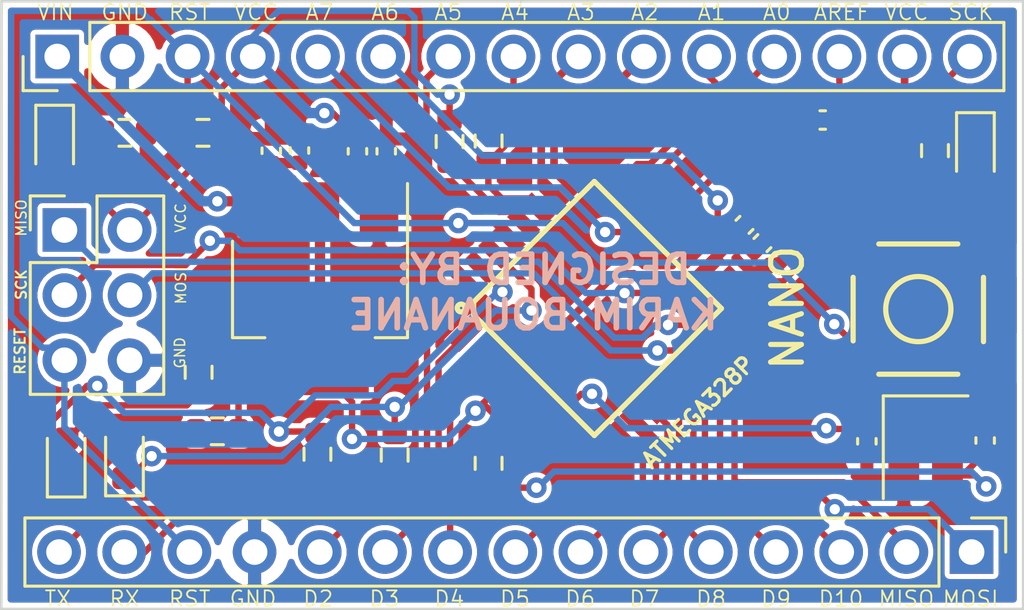
<source format=kicad_pcb>
(kicad_pcb (version 20171130) (host pcbnew "(5.1.10)-1")
  (layers (0 F.Cu signal hide) (31 B.Cu signal hide) (34 B.Paste user hide) (35 F.Paste user hide) (36 B.SilkS user) (37 F.SilkS user hide) (38 B.Mask user hide) (39 F.Mask user hide) (44 Edge.Cuts user))
  (net 0 "")
  (net 1 VCC)
  (net 2 GND)
  (net 3 AREF)
  (net 4 VIN)
  (net 5 HSE_IN)
  (net 6 "Net-(C9-Pad1)")
  (net 7 "Net-(D1-Pad2)")
  (net 8 "Net-(D2-Pad1)")
  (net 9 TXO)
  (net 10 "Net-(D3-Pad2)")
  (net 11 "Net-(D4-Pad2)")
  (net 12 RXI)
  (net 13 MISO)
  (net 14 SCK)
  (net 15 MOSI)
  (net 16 RESET)
  (net 17 "Net-(J2-Pad15)")
  (net 18 "Net-(J2-Pad14)")
  (net 19 D2)
  (net 20 D3)
  (net 21 D4)
  (net 22 D5)
  (net 23 D6)
  (net 24 D7)
  (net 25 D8)
  (net 26 D9)
  (net 27 D10)
  (net 28 A7)
  (net 29 A6)
  (net 30 A5)
  (net 31 A4)
  (net 32 A3)
  (net 33 A2)
  (net 34 A1)
  (net 35 A0)
  (net 36 HSE_OUT)
  (module LED_SMD:LED_0603_1608Metric (layer F.Cu) (at 121.47 84.31 270)
    (fp_text reference D2)
    (fp_text value BLUE)
    (pad 2 smd roundrect (at 0.7875 0 270) (size 0.875 0.95) (layers F.Cu F.Paste F.Mask) (net 1 VCC))
    (pad 1 smd roundrect (at -0.7875 0 270) (size 0.875 0.95) (layers F.Cu F.Paste F.Mask) (net 8 "Net-(D2-Pad1)"))
  )
  (module Resistor_SMD:R_0603_1608Metric (layer F.Cu) (at 127.25 83.9 180)
    (fp_text reference R1)
    (fp_text value 1K)
    (pad 2 smd roundrect (at 0.825 0 180) (size 0.8 0.95) (layers F.Cu F.Paste F.Mask) (net 16 RESET))
    (pad 1 smd roundrect (at -0.825 0 180) (size 0.8 0.95) (layers F.Cu F.Paste F.Mask) (net 1 VCC))
  )
  (module Connector_PinHeader_2.54mm:PinHeader_1x15_P2.54mm_Vertical (layer F.Cu) (at 121.57 80.925 90)
    (fp_text reference J3)
    (fp_text value Conn_01x15)
    (pad 15 thru_hole oval (at 0 35.56 90) (size 1.7 1.7) (drill 1) (layers *.Cu *.Mask) (net 14 SCK))
    (pad 14 thru_hole oval (at 0 33.02 90) (size 1.7 1.7) (drill 1) (layers *.Cu *.Mask) (net 1 VCC))
    (pad 13 thru_hole oval (at 0 30.48 90) (size 1.7 1.7) (drill 1) (layers *.Cu *.Mask) (net 3 AREF))
    (pad 12 thru_hole oval (at 0 27.94 90) (size 1.7 1.7) (drill 1) (layers *.Cu *.Mask) (net 35 A0))
    (pad 11 thru_hole oval (at 0 25.4 90) (size 1.7 1.7) (drill 1) (layers *.Cu *.Mask) (net 34 A1))
    (pad 10 thru_hole oval (at 0 22.86 90) (size 1.7 1.7) (drill 1) (layers *.Cu *.Mask) (net 33 A2))
    (pad 9 thru_hole oval (at 0 20.32 90) (size 1.7 1.7) (drill 1) (layers *.Cu *.Mask) (net 32 A3))
    (pad 8 thru_hole oval (at 0 17.78 90) (size 1.7 1.7) (drill 1) (layers *.Cu *.Mask) (net 31 A4))
    (pad 7 thru_hole oval (at 0 15.24 90) (size 1.7 1.7) (drill 1) (layers *.Cu *.Mask) (net 30 A5))
    (pad 6 thru_hole oval (at 0 12.7 90) (size 1.7 1.7) (drill 1) (layers *.Cu *.Mask) (net 29 A6))
    (pad 5 thru_hole oval (at 0 10.16 90) (size 1.7 1.7) (drill 1) (layers *.Cu *.Mask) (net 28 A7))
    (pad 4 thru_hole oval (at 0 7.62 90) (size 1.7 1.7) (drill 1) (layers *.Cu *.Mask) (net 1 VCC))
    (pad 3 thru_hole oval (at 0 5.08 90) (size 1.7 1.7) (drill 1) (layers *.Cu *.Mask) (net 16 RESET))
    (pad 2 thru_hole oval (at 0 2.54 90) (size 1.7 1.7) (drill 1) (layers *.Cu *.Mask) (net 2 GND))
    (pad 1 thru_hole rect (at 0 0 90) (size 1.7 1.7) (drill 1) (layers *.Cu *.Mask) (net 4 VIN))
  )
  (module Silicon-Standard:TQFP32-08 (layer F.Cu) (at 142.5 90.75 45)
    (fp_text reference U1)
    (fp_text value ATMEGA328P (at 0 5.715 45) (layer F.SilkS) (effects (font (size 0.6096 0.6096) (thickness 0.127))))
    (pad 1 smd rect (at -4.2926 -2.79908 45) (size 1.27 0.5588) (layers F.Cu F.Paste F.Mask) (net 20 D3))
    (pad 2 smd rect (at -4.2926 -1.99898 45) (size 1.27 0.5588) (layers F.Cu F.Paste F.Mask) (net 21 D4))
    (pad 3 smd rect (at -4.2926 -1.19888 45) (size 1.27 0.5588) (layers F.Cu F.Paste F.Mask) (net 2 GND))
    (pad 4 smd rect (at -4.2926 -0.39878 45) (size 1.27 0.5588) (layers F.Cu F.Paste F.Mask) (net 1 VCC))
    (pad 5 smd rect (at -4.2926 0.39878 45) (size 1.27 0.5588) (layers F.Cu F.Paste F.Mask) (net 2 GND))
    (pad 6 smd rect (at -4.2926 1.19888 45) (size 1.27 0.5588) (layers F.Cu F.Paste F.Mask) (net 1 VCC))
    (pad 7 smd rect (at -4.2926 1.99898 45) (size 1.27 0.5588) (layers F.Cu F.Paste F.Mask) (net 5 HSE_IN))
    (pad 8 smd rect (at -4.2926 2.79908 45) (size 1.27 0.5588) (layers F.Cu F.Paste F.Mask) (net 36 HSE_OUT))
    (pad 9 smd rect (at -2.79908 4.2926 45) (size 0.5588 1.27) (layers F.Cu F.Paste F.Mask) (net 22 D5))
    (pad 10 smd rect (at -1.99898 4.2926 45) (size 0.5588 1.27) (layers F.Cu F.Paste F.Mask) (net 23 D6))
    (pad 11 smd rect (at -1.19888 4.2926 45) (size 0.5588 1.27) (layers F.Cu F.Paste F.Mask) (net 24 D7))
    (pad 12 smd rect (at -0.39878 4.2926 45) (size 0.5588 1.27) (layers F.Cu F.Paste F.Mask) (net 25 D8))
    (pad 13 smd rect (at 0.39878 4.2926 45) (size 0.5588 1.27) (layers F.Cu F.Paste F.Mask) (net 26 D9))
    (pad 14 smd rect (at 1.19888 4.2926 45) (size 0.5588 1.27) (layers F.Cu F.Paste F.Mask) (net 27 D10))
    (pad 15 smd rect (at 1.99898 4.2926 45) (size 0.5588 1.27) (layers F.Cu F.Paste F.Mask) (net 15 MOSI))
    (pad 16 smd rect (at 2.79908 4.2926 45) (size 0.5588 1.27) (layers F.Cu F.Paste F.Mask) (net 13 MISO))
    (pad 17 smd rect (at 4.2926 2.79908 45) (size 1.27 0.5588) (layers F.Cu F.Paste F.Mask) (net 14 SCK))
    (pad 18 smd rect (at 4.2926 1.99898 45) (size 1.27 0.5588) (layers F.Cu F.Paste F.Mask) (net 1 VCC))
    (pad 19 smd rect (at 4.2926 1.19888 45) (size 1.27 0.5588) (layers F.Cu F.Paste F.Mask) (net 29 A6))
    (pad 20 smd rect (at 4.2926 0.39878 45) (size 1.27 0.5588) (layers F.Cu F.Paste F.Mask) (net 3 AREF))
    (pad 21 smd rect (at 4.2926 -0.39878 45) (size 1.27 0.5588) (layers F.Cu F.Paste F.Mask) (net 2 GND))
    (pad 22 smd rect (at 4.2926 -1.19888 45) (size 1.27 0.5588) (layers F.Cu F.Paste F.Mask) (net 28 A7))
    (pad 23 smd rect (at 4.2926 -1.99898 45) (size 1.27 0.5588) (layers F.Cu F.Paste F.Mask) (net 35 A0))
    (pad 24 smd rect (at 4.2926 -2.79908 45) (size 1.27 0.5588) (layers F.Cu F.Paste F.Mask) (net 34 A1))
    (pad 25 smd rect (at 2.79908 -4.2926 45) (size 0.5588 1.27) (layers F.Cu F.Paste F.Mask) (net 33 A2))
    (pad 26 smd rect (at 1.99898 -4.2926 45) (size 0.5588 1.27) (layers F.Cu F.Paste F.Mask) (net 32 A3))
    (pad 27 smd rect (at 1.19888 -4.2926 45) (size 0.5588 1.27) (layers F.Cu F.Paste F.Mask) (net 31 A4))
    (pad 28 smd rect (at 0.39878 -4.2926 45) (size 0.5588 1.27) (layers F.Cu F.Paste F.Mask) (net 30 A5))
    (pad 29 smd rect (at -0.39878 -4.2926 45) (size 0.5588 1.27) (layers F.Cu F.Paste F.Mask) (net 16 RESET))
    (pad 30 smd rect (at -1.19888 -4.2926 45) (size 0.5588 1.27) (layers F.Cu F.Paste F.Mask) (net 12 RXI))
    (pad 31 smd rect (at -1.99898 -4.2926 45) (size 0.5588 1.27) (layers F.Cu F.Paste F.Mask) (net 9 TXO))
    (pad 32 smd rect (at -2.79908 -4.2926 45) (size 0.5588 1.27) (layers F.Cu F.Paste F.Mask) (net 19 D2))
  )
  (module Resistor_SMD:R_0603_1608Metric (layer F.Cu) (at 138.38 96.79 270)
    (fp_text reference R9)
    (fp_text value 220)
    (pad 2 smd roundrect (at 0.825 0 270) (size 0.8 0.95) (layers F.Cu F.Paste F.Mask) (net 6 "Net-(C9-Pad1)"))
    (pad 1 smd roundrect (at -0.825 0 270) (size 0.8 0.95) (layers F.Cu F.Paste F.Mask) (net 36 HSE_OUT))
  )
  (module Resistor_SMD:R_0603_1608Metric (layer F.Cu) (at 136.86 84.24 90)
    (fp_text reference R4)
    (fp_text value 10K)
    (pad 2 smd roundrect (at 0.825 0 90) (size 0.8 0.95) (layers F.Cu F.Paste F.Mask) (net 1 VCC))
    (pad 1 smd roundrect (at -0.825 0 90) (size 0.8 0.95) (layers F.Cu F.Paste F.Mask) (net 30 A5))
  )
  (module Connector_PinHeader_2.54mm:PinHeader_1x15_P2.54mm_Vertical (layer F.Cu) (at 157.2 100.25 270)
    (fp_text reference J2)
    (fp_text value Conn_01x15)
    (pad 15 thru_hole oval (at 0 35.56 270) (size 1.7 1.7) (drill 1) (layers *.Cu *.Mask) (net 17 "Net-(J2-Pad15)"))
    (pad 14 thru_hole oval (at 0 33.02 270) (size 1.7 1.7) (drill 1) (layers *.Cu *.Mask) (net 18 "Net-(J2-Pad14)"))
    (pad 13 thru_hole oval (at 0 30.48 270) (size 1.7 1.7) (drill 1) (layers *.Cu *.Mask) (net 16 RESET))
    (pad 12 thru_hole oval (at 0 27.94 270) (size 1.7 1.7) (drill 1) (layers *.Cu *.Mask) (net 2 GND))
    (pad 11 thru_hole oval (at 0 25.4 270) (size 1.7 1.7) (drill 1) (layers *.Cu *.Mask) (net 19 D2))
    (pad 10 thru_hole oval (at 0 22.86 270) (size 1.7 1.7) (drill 1) (layers *.Cu *.Mask) (net 20 D3))
    (pad 9 thru_hole oval (at 0 20.32 270) (size 1.7 1.7) (drill 1) (layers *.Cu *.Mask) (net 21 D4))
    (pad 8 thru_hole oval (at 0 17.78 270) (size 1.7 1.7) (drill 1) (layers *.Cu *.Mask) (net 22 D5))
    (pad 7 thru_hole oval (at 0 15.24 270) (size 1.7 1.7) (drill 1) (layers *.Cu *.Mask) (net 23 D6))
    (pad 6 thru_hole oval (at 0 12.7 270) (size 1.7 1.7) (drill 1) (layers *.Cu *.Mask) (net 24 D7))
    (pad 5 thru_hole oval (at 0 10.16 270) (size 1.7 1.7) (drill 1) (layers *.Cu *.Mask) (net 25 D8))
    (pad 4 thru_hole oval (at 0 7.62 270) (size 1.7 1.7) (drill 1) (layers *.Cu *.Mask) (net 26 D9))
    (pad 3 thru_hole oval (at 0 5.08 270) (size 1.7 1.7) (drill 1) (layers *.Cu *.Mask) (net 27 D10))
    (pad 2 thru_hole oval (at 0 2.54 270) (size 1.7 1.7) (drill 1) (layers *.Cu *.Mask) (net 13 MISO))
    (pad 1 thru_hole rect (at 0 0 270) (size 1.7 1.7) (drill 1) (layers *.Cu *.Mask) (net 15 MOSI))
  )
  (module Capacitor_SMD:C_0402_1005Metric (layer F.Cu) (at 149.05 88.2 45)
    (fp_text reference C1)
    (fp_text value 4.7uf)
    (pad 1 smd roundrect (at -0.48 0 45) (size 0.56 0.62) (layers F.Cu F.Paste F.Mask) (net 1 VCC))
    (pad 2 smd roundrect (at 0.48 0 45) (size 0.56 0.62) (layers F.Cu F.Paste F.Mask) (net 2 GND))
  )
  (module Capacitor_SMD:C_0402_1005Metric (layer F.Cu) (at 148.35 87.49 45)
    (fp_text reference C2)
    (fp_text value 100nf)
    (pad 2 smd roundrect (at 0.48 0 45) (size 0.56 0.62) (layers F.Cu F.Paste F.Mask) (net 2 GND))
    (pad 1 smd roundrect (at -0.48 0 45) (size 0.56 0.62) (layers F.Cu F.Paste F.Mask) (net 1 VCC))
  )
  (module Capacitor_SMD:C_0402_1005Metric (layer F.Cu) (at 151.4 83.4 180)
    (fp_text reference C3)
    (fp_text value 100nf)
    (pad 1 smd roundrect (at -0.48 0 180) (size 0.56 0.62) (layers F.Cu F.Paste F.Mask) (net 3 AREF))
    (pad 2 smd roundrect (at 0.48 0 180) (size 0.56 0.62) (layers F.Cu F.Paste F.Mask) (net 2 GND))
  )
  (module Capacitor_SMD:C_0402_1005Metric (layer F.Cu) (at 131.01 84.59 90)
    (fp_text reference C4)
    (fp_text value 10uf)
    (pad 2 smd roundrect (at 0.48 0 90) (size 0.56 0.62) (layers F.Cu F.Paste F.Mask) (net 2 GND))
    (pad 1 smd roundrect (at -0.48 0 90) (size 0.56 0.62) (layers F.Cu F.Paste F.Mask) (net 4 VIN))
  )
  (module Capacitor_SMD:C_0402_1005Metric (layer F.Cu) (at 129.91 84.6 90)
    (fp_text reference C5)
    (fp_text value 100nf)
    (pad 1 smd roundrect (at -0.48 0 90) (size 0.56 0.62) (layers F.Cu F.Paste F.Mask) (net 4 VIN))
    (pad 2 smd roundrect (at 0.48 0 90) (size 0.56 0.62) (layers F.Cu F.Paste F.Mask) (net 2 GND))
  )
  (module Capacitor_SMD:C_0402_1005Metric (layer F.Cu) (at 133.27 84.62 90)
    (fp_text reference C6)
    (fp_text value 10uf)
    (pad 2 smd roundrect (at 0.48 0 90) (size 0.56 0.62) (layers F.Cu F.Paste F.Mask) (net 2 GND))
    (pad 1 smd roundrect (at -0.48 0 90) (size 0.56 0.62) (layers F.Cu F.Paste F.Mask) (net 1 VCC))
  )
  (module Capacitor_SMD:C_0402_1005Metric (layer F.Cu) (at 134.39 84.62 90)
    (fp_text reference C7)
    (fp_text value 100nf)
    (pad 1 smd roundrect (at -0.48 0 90) (size 0.56 0.62) (layers F.Cu F.Paste F.Mask) (net 1 VCC))
    (pad 2 smd roundrect (at 0.48 0 90) (size 0.56 0.62) (layers F.Cu F.Paste F.Mask) (net 2 GND))
  )
  (module Capacitor_SMD:C_0402_1005Metric (layer F.Cu) (at 153.12 95.93 270)
    (fp_text reference C8)
    (fp_text value 12pf)
    (pad 1 smd roundrect (at -0.48 0 270) (size 0.56 0.62) (layers F.Cu F.Paste F.Mask) (net 5 HSE_IN))
    (pad 2 smd roundrect (at 0.48 0 270) (size 0.56 0.62) (layers F.Cu F.Paste F.Mask) (net 2 GND))
  )
  (module Capacitor_SMD:C_0402_1005Metric (layer F.Cu) (at 157.73 95.9 90)
    (fp_text reference C9)
    (fp_text value 12pf)
    (pad 2 smd roundrect (at 0.48 0 90) (size 0.56 0.62) (layers F.Cu F.Paste F.Mask) (net 2 GND))
    (pad 1 smd roundrect (at -0.48 0 90) (size 0.56 0.62) (layers F.Cu F.Paste F.Mask) (net 6 "Net-(C9-Pad1)"))
  )
  (module LED_SMD:LED_0603_1608Metric (layer F.Cu) (at 157.35 84.6 270)
    (fp_text reference D1)
    (fp_text value Yellow)
    (pad 1 smd roundrect (at -0.7875 0 270) (size 0.875 0.95) (layers F.Cu F.Paste F.Mask) (net 2 GND))
    (pad 2 smd roundrect (at 0.7875 0 270) (size 0.875 0.95) (layers F.Cu F.Paste F.Mask) (net 7 "Net-(D1-Pad2)"))
  )
  (module LED_SMD:LED_0603_1608Metric (layer F.Cu) (at 121.92 96.6175 90)
    (fp_text reference D3)
    (fp_text value GREEN)
    (pad 1 smd roundrect (at -0.7875 0 90) (size 0.875 0.95) (layers F.Cu F.Paste F.Mask) (net 9 TXO))
    (pad 2 smd roundrect (at 0.7875 0 90) (size 0.875 0.95) (layers F.Cu F.Paste F.Mask) (net 10 "Net-(D3-Pad2)"))
  )
  (module LED_SMD:LED_0603_1608Metric (layer F.Cu) (at 124.19 96.5725 90)
    (fp_text reference D4)
    (fp_text value GREEN)
    (pad 2 smd roundrect (at 0.7875 0 90) (size 0.875 0.95) (layers F.Cu F.Paste F.Mask) (net 11 "Net-(D4-Pad2)"))
    (pad 1 smd roundrect (at -0.7875 0 90) (size 0.875 0.95) (layers F.Cu F.Paste F.Mask) (net 12 RXI))
  )
  (module Crystal:Crystal_SMD_3225-4Pin_3.2x2.5mm (layer F.Cu) (at 155.41 96.16 270)
    (fp_text reference HSE1)
    (fp_text value 16MHz)
    (pad 1 smd rect (at -1.1 0.85 270) (size 1.4 1.2) (layers F.Cu F.Paste F.Mask) (net 5 HSE_IN))
    (pad 2 smd rect (at 1.1 0.85 270) (size 1.4 1.2) (layers F.Cu F.Paste F.Mask) (net 2 GND))
    (pad 3 smd rect (at 1.1 -0.85 270) (size 1.4 1.2) (layers F.Cu F.Paste F.Mask) (net 6 "Net-(C9-Pad1)"))
    (pad 4 smd rect (at -1.1 -0.85 270) (size 1.4 1.2) (layers F.Cu F.Paste F.Mask) (net 2 GND))
  )
  (module Connector_PinHeader_2.54mm:PinHeader_2x03_P2.54mm_Vertical (layer F.Cu) (at 121.85 87.69)
    (fp_text reference J1)
    (fp_text value ICSP)
    (pad 6 thru_hole oval (at 2.54 5.08) (size 1.7 1.7) (drill 1) (layers *.Cu *.Mask) (net 2 GND))
    (pad 5 thru_hole oval (at 0 5.08) (size 1.7 1.7) (drill 1) (layers *.Cu *.Mask) (net 16 RESET))
    (pad 4 thru_hole oval (at 2.54 2.54) (size 1.7 1.7) (drill 1) (layers *.Cu *.Mask) (net 15 MOSI))
    (pad 3 thru_hole oval (at 0 2.54) (size 1.7 1.7) (drill 1) (layers *.Cu *.Mask) (net 14 SCK))
    (pad 2 thru_hole oval (at 2.54 0) (size 1.7 1.7) (drill 1) (layers *.Cu *.Mask) (net 1 VCC))
    (pad 1 thru_hole rect (at 0 0) (size 1.7 1.7) (drill 1) (layers *.Cu *.Mask) (net 13 MISO))
  )
  (module Resistor_SMD:R_0603_1608Metric (layer F.Cu) (at 155.775 84.595 270)
    (fp_text reference R2)
    (fp_text value 1K)
    (pad 1 smd roundrect (at -0.825 0 270) (size 0.8 0.95) (layers F.Cu F.Paste F.Mask) (net 14 SCK))
    (pad 2 smd roundrect (at 0.825 0 270) (size 0.8 0.95) (layers F.Cu F.Paste F.Mask) (net 7 "Net-(D1-Pad2)"))
  )
  (module Resistor_SMD:R_0603_1608Metric (layer F.Cu) (at 124.21 83.9)
    (fp_text reference R3)
    (fp_text value 1k)
    (pad 2 smd roundrect (at 0.825 0) (size 0.8 0.95) (layers F.Cu F.Paste F.Mask) (net 2 GND))
    (pad 1 smd roundrect (at -0.825 0) (size 0.8 0.95) (layers F.Cu F.Paste F.Mask) (net 8 "Net-(D2-Pad1)"))
  )
  (module Resistor_SMD:R_0603_1608Metric (layer F.Cu) (at 138.38 84.22 90)
    (fp_text reference R5)
    (fp_text value 10K)
    (pad 1 smd roundrect (at -0.825 0 90) (size 0.8 0.95) (layers F.Cu F.Paste F.Mask) (net 31 A4))
    (pad 2 smd roundrect (at 0.825 0 90) (size 0.8 0.95) (layers F.Cu F.Paste F.Mask) (net 1 VCC))
  )
  (module Resistor_SMD:R_0603_1608Metric (layer F.Cu) (at 131.71 96.435 270)
    (fp_text reference R6)
    (fp_text value 10K)
    (pad 1 smd roundrect (at -0.825 0 270) (size 0.8 0.95) (layers F.Cu F.Paste F.Mask) (net 9 TXO))
    (pad 2 smd roundrect (at 0.825 0 270) (size 0.8 0.95) (layers F.Cu F.Paste F.Mask) (net 17 "Net-(J2-Pad15)"))
  )
  (module Resistor_SMD:R_0603_1608Metric (layer F.Cu) (at 134.72 96.47 90)
    (fp_text reference R7)
    (fp_text value 10K)
    (pad 1 smd roundrect (at -0.825 0 90) (size 0.8 0.95) (layers F.Cu F.Paste F.Mask) (net 18 "Net-(J2-Pad14)"))
    (pad 2 smd roundrect (at 0.825 0 90) (size 0.8 0.95) (layers F.Cu F.Paste F.Mask) (net 12 RXI))
  )
  (module Resistor_SMD:R_0603_1608Metric (layer F.Cu) (at 127.08 93.24 90)
    (fp_text reference R8)
    (fp_text value 10K)
    (pad 2 smd roundrect (at 0.825 0 90) (size 0.8 0.95) (layers F.Cu F.Paste F.Mask) (net 1 VCC))
    (pad 1 smd roundrect (at -0.825 0 90) (size 0.8 0.95) (layers F.Cu F.Paste F.Mask) (net 10 "Net-(D3-Pad2)"))
  )
  (module Resistor_SMD:R_0603_1608Metric (layer F.Cu) (at 127.81 95.54)
    (fp_text reference R10)
    (fp_text value 10K)
    (pad 1 smd roundrect (at -0.825 0) (size 0.8 0.95) (layers F.Cu F.Paste F.Mask) (net 11 "Net-(D4-Pad2)"))
    (pad 2 smd roundrect (at 0.825 0) (size 0.8 0.95) (layers F.Cu F.Paste F.Mask) (net 1 VCC))
  )
  (module Switches:TACTILE_SWITCH_SMD_5.2MM (layer F.Cu) (at 155.125 90.775 180)
    (fp_text reference SW1)
    (fp_text value SW_Push)
    (pad 1 smd rect (at -2.794 -1.905 270) (size 0.762 1.524) (layers F.Cu F.Paste F.Mask) (net 2 GND))
    (pad 2 smd rect (at 2.794 -1.905 270) (size 0.762 1.524) (layers F.Cu F.Paste F.Mask) (net 16 RESET))
    (pad 3 smd rect (at -2.794 1.905 270) (size 0.762 1.524) (layers F.Cu F.Paste F.Mask))
    (pad 4 smd rect (at 2.794 1.905 270) (size 0.762 1.524) (layers F.Cu F.Paste F.Mask))
  )
  (module Package_TO_SOT_SMD:SOT-223-3_TabPin2 (layer F.Cu) (at 131.81 89.98 270)
    (fp_text reference U2)
    (fp_text value AMS1117-3.3)
    (pad 2 smd rect (at 3.15 0 270) (size 2 3.8) (layers F.Cu F.Paste F.Mask) (net 1 VCC))
    (pad 2 smd rect (at -3.15 0 270) (size 2 1.5) (layers F.Cu F.Paste F.Mask) (net 1 VCC))
    (pad 3 smd rect (at -3.15 2.3 270) (size 2 1.5) (layers F.Cu F.Paste F.Mask) (net 4 VIN))
    (pad 1 smd rect (at -3.15 -2.3 270) (size 2 1.5) (layers F.Cu F.Paste F.Mask) (net 2 GND))
  )
  (gr_text "DESIGNED BY: \nKARIM BOUANANE" (at 140.11 90.12) (layer B.SilkS) (effects (font (size 1.1 1.1) (thickness 0.22)) (justify mirror)))
  (gr_text MOSI (at 157.16 102.07) (layer F.SilkS) (effects (font (size 0.6 0.6) (thickness 0.07))))
  (gr_text MISO (at 154.66 102.07) (layer F.SilkS) (effects (font (size 0.6 0.6) (thickness 0.07))))
  (gr_text D10 (at 152.11 102.07) (layer F.SilkS) (effects (font (size 0.6 0.6) (thickness 0.07))))
  (gr_text D9 (at 149.58 102.07) (layer F.SilkS) (effects (font (size 0.6 0.6) (thickness 0.07))))
  (gr_text D8 (at 147.05 102.07) (layer F.SilkS) (effects (font (size 0.6 0.6) (thickness 0.07))))
  (gr_text D7 (at 144.45 102.07) (layer F.SilkS) (effects (font (size 0.6 0.6) (thickness 0.07))))
  (gr_text D6 (at 141.95 102.07) (layer F.SilkS) (effects (font (size 0.6 0.6) (thickness 0.07))))
  (gr_text D5 (at 139.41 102.07) (layer F.SilkS) (effects (font (size 0.6 0.6) (thickness 0.07))))
  (gr_text D4 (at 136.85 102.07) (layer F.SilkS) (effects (font (size 0.6 0.6) (thickness 0.07))))
  (gr_text D3 (at 134.32 102.07) (layer F.SilkS) (effects (font (size 0.6 0.6) (thickness 0.07))))
  (gr_text D2 (at 131.74 102.07) (layer F.SilkS) (effects (font (size 0.6 0.6) (thickness 0.07))))
  (gr_text GND (at 129.2 102.07) (layer F.SilkS) (effects (font (size 0.6 0.6) (thickness 0.07))))
  (gr_text TX (at 121.59 102.07) (layer F.SilkS) (effects (font (size 0.6 0.6) (thickness 0.07))))
  (gr_text RX (at 124.19 102.07) (layer F.SilkS) (effects (font (size 0.6 0.6) (thickness 0.07))))
  (gr_text SCK (at 157.17 79.2) (layer F.SilkS) (effects (font (size 0.6 0.6) (thickness 0.07))))
  (gr_text VCC (at 154.66 79.2) (layer F.SilkS) (effects (font (size 0.6 0.6) (thickness 0.07))))
  (gr_text AREF (at 152.14 79.2) (layer F.SilkS) (effects (font (size 0.6 0.6) (thickness 0.07))))
  (gr_text A0 (at 149.61 79.2) (layer F.SilkS) (effects (font (size 0.6 0.6) (thickness 0.07))))
  (gr_text A1 (at 147.07 79.2) (layer F.SilkS) (effects (font (size 0.6 0.6) (thickness 0.07))))
  (gr_text A2 (at 144.47 79.2) (layer F.SilkS) (effects (font (size 0.6 0.6) (thickness 0.07))))
  (gr_text A3 (at 141.98 79.2) (layer F.SilkS) (effects (font (size 0.6 0.6) (thickness 0.07))))
  (gr_text A4 (at 139.41 79.2) (layer F.SilkS) (effects (font (size 0.6 0.6) (thickness 0.07))))
  (gr_text A5 (at 136.81 79.2) (layer F.SilkS) (effects (font (size 0.6 0.6) (thickness 0.07))))
  (gr_text A6 (at 134.35 79.2) (layer F.SilkS) (effects (font (size 0.6 0.6) (thickness 0.07))))
  (gr_text A7 (at 131.79 79.2) (layer F.SilkS) (effects (font (size 0.6 0.6) (thickness 0.07))))
  (gr_text VCC (at 129.31 79.2) (layer F.SilkS) (effects (font (size 0.6 0.6) (thickness 0.07))))
  (gr_text RST (at 126.73 79.2) (layer F.SilkS) (effects (font (size 0.6 0.6) (thickness 0.07))))
  (gr_text GND (at 124.2 79.2) (layer F.SilkS) (effects (font (size 0.6 0.6) (thickness 0.07))))
  (gr_line (start 159.21 78.77) (end 119.4 78.77) (layer Edge.Cuts) (width 0.1))
  (gr_line (start 159.21 102.47) (end 159.21 78.77) (layer Edge.Cuts) (width 0.1))
  (gr_line (start 119.39 102.47) (end 159.21 102.47) (layer Edge.Cuts) (width 0.1))
  (gr_line (start 119.4 78.77) (end 119.39 102.47) (layer Edge.Cuts) (width 0.1))
  (gr_text RST (at 126.73 102.07) (layer F.SilkS) (effects (font (size 0.6 0.6) (thickness 0.07))))
  (gr_text VIN (at 121.5 79.2) (layer F.SilkS) (effects (font (size 0.6 0.6) (thickness 0.07))))
  (gr_text NANO (at 150.025 90.725 90) (layer F.SilkS) (effects (font (size 1.2 1.2) (thickness 0.2))))
  (gr_text VCC (at 126.38 87.22 90) (layer F.SilkS) (effects (font (size 0.4 0.4) (thickness 0.06))))
  (gr_text MOSI (at 126.39 89.86 90) (layer F.SilkS) (effects (font (size 0.4 0.4) (thickness 0.06))))
  (gr_text GND (at 126.35 92.48 90) (layer F.SilkS) (effects (font (size 0.4 0.4) (thickness 0.06))))
  (gr_text RESET (at 120.12 92.42 90) (layer F.SilkS) (effects (font (size 0.4 0.4) (thickness 0.08))))
  (gr_text SCK (at 120.17 89.82 90) (layer F.SilkS) (effects (font (size 0.4 0.4) (thickness 0.08))))
  (gr_text MISO (at 120.17 87.22 90) (layer F.SilkS) (effects (font (size 0.4 0.4) (thickness 0.06))))
  (segment (start 138.295 83.415) (end 138.37 83.34) (width 0.25) (layer F.Cu) (net 1))
  (segment (start 140.9 92.62) (end 141.17 92.89) (width 0.3) (layer F.Cu) (net 1))
  (segment (start 141.17 93.775473) (end 140.31241 94.633063) (width 0.3) (layer F.Cu) (net 1))
  (segment (start 141.17 92.89) (end 141.17 93.775473) (width 0.3) (layer F.Cu) (net 1))
  (segment (start 148.010589 87.839411) (end 148.710589 88.539411) (width 0.3) (layer F.Cu) (net 1))
  (segment (start 148.010589 87.829411) (end 148.010589 87.839411) (width 0.3) (layer F.Cu) (net 1))
  (segment (start 148.010589 88.066396) (end 146.948819 89.128166) (width 0.3) (layer F.Cu) (net 1))
  (segment (start 148.010589 87.829411) (end 148.010589 88.066396) (width 0.3) (layer F.Cu) (net 1))
  (segment (start 154.59 80.925) (end 154.59 82.45) (width 0.3) (layer F.Cu) (net 1))
  (segment (start 147.791386 87.610208) (end 148.010589 87.829411) (width 0.3) (layer F.Cu) (net 1))
  (segment (start 148.465226 86.441376) (end 147.791386 87.115216) (width 0.3) (layer F.Cu) (net 1))
  (segment (start 147.791386 87.115216) (end 147.791386 87.610208) (width 0.3) (layer F.Cu) (net 1))
  (segment (start 150.598624 86.441376) (end 148.465226 86.441376) (width 0.3) (layer F.Cu) (net 1))
  (segment (start 154.59 82.45) (end 150.598624 86.441376) (width 0.3) (layer F.Cu) (net 1))
  (segment (start 127.98 82.135) (end 129.19 80.925) (width 0.25) (layer F.Cu) (net 1))
  (segment (start 127.98 84.07) (end 127.98 82.135) (width 0.25) (layer F.Cu) (net 1))
  (segment (start 140.9 91.819998) (end 140.9 92.62) (width 0.3) (layer F.Cu) (net 1))
  (segment (start 143.319999 89.399999) (end 140.9 91.819998) (width 0.3) (layer F.Cu) (net 1))
  (segment (start 144.21718 89.577178) (end 144.040001 89.399999) (width 0.3) (layer F.Cu) (net 1))
  (segment (start 146.499807 89.577178) (end 144.21718 89.577178) (width 0.3) (layer F.Cu) (net 1))
  (segment (start 144.040001 89.399999) (end 143.319999 89.399999) (width 0.3) (layer F.Cu) (net 1))
  (segment (start 146.948819 89.128166) (end 146.499807 89.577178) (width 0.3) (layer F.Cu) (net 1))
  (segment (start 129.63 93.13) (end 128.66 94.1) (width 0.25) (layer F.Cu) (net 1))
  (segment (start 131.81 93.13) (end 129.63 93.13) (width 0.25) (layer F.Cu) (net 1))
  (segment (start 128.635 94.125) (end 128.66 94.1) (width 0.25) (layer F.Cu) (net 1))
  (segment (start 128.635 95.54) (end 128.635 94.125) (width 0.25) (layer F.Cu) (net 1))
  (segment (start 132.45 86.19) (end 131.81 86.83) (width 0.25) (layer F.Cu) (net 1))
  (segment (start 128.075 84.005) (end 124.39 87.69) (width 0.25) (layer F.Cu) (net 1))
  (segment (start 128.075 83.9) (end 128.075 84.005) (width 0.25) (layer F.Cu) (net 1))
  (segment (start 138.36 83.415) (end 138.38 83.395) (width 0.25) (layer F.Cu) (net 1))
  (segment (start 136.86 83.415) (end 138.36 83.415) (width 0.25) (layer F.Cu) (net 1))
  (segment (start 131.81 86.83) (end 131.81 93.13) (width 0.4) (layer F.Cu) (net 1))
  (segment (start 127.08 92.57) (end 128.635 94.125) (width 0.25) (layer F.Cu) (net 1))
  (segment (start 127.08 92.415) (end 127.08 92.57) (width 0.25) (layer F.Cu) (net 1))
  (segment (start 121.7975 85.0975) (end 124.39 87.69) (width 0.25) (layer F.Cu) (net 1))
  (segment (start 121.47 85.0975) (end 121.7975 85.0975) (width 0.25) (layer F.Cu) (net 1))
  (segment (start 139.182693 93.503347) (end 139.106653 93.503347) (width 0.25) (layer F.Cu) (net 1))
  (via (at 137.87 94.74) (size 0.8) (drill 0.4) (layers F.Cu B.Cu) (net 1))
  (segment (start 131.81 93.13) (end 131.81 93.17) (width 0.25) (layer F.Cu) (net 1))
  (via (at 133.06 95.84) (size 0.8) (drill 0.4) (layers F.Cu B.Cu) (net 1))
  (segment (start 136.8 95.81) (end 137.87 94.74) (width 0.25) (layer B.Cu) (net 1))
  (segment (start 131.81 93.13) (end 131.81 93.93) (width 0.25) (layer F.Cu) (net 1))
  (segment (start 136.77 95.84) (end 136.8 95.81) (width 0.25) (layer B.Cu) (net 1))
  (segment (start 133.06 95.84) (end 136.77 95.84) (width 0.25) (layer B.Cu) (net 1))
  (segment (start 131.81 93.13) (end 131.81 93.15) (width 0.25) (layer F.Cu) (net 1))
  (segment (start 133.06 94.4) (end 133.06 95.84) (width 0.25) (layer F.Cu) (net 1))
  (segment (start 131.81 93.15) (end 133.06 94.4) (width 0.25) (layer F.Cu) (net 1))
  (via (at 136.86 82.41) (size 0.8) (drill 0.4) (layers F.Cu B.Cu) (net 1))
  (segment (start 136.86 83.415) (end 136.86 82.41) (width 0.25) (layer F.Cu) (net 1))
  (segment (start 129.19 80.15) (end 129.19 80.925) (width 0.25) (layer B.Cu) (net 1))
  (segment (start 130.19499 79.14501) (end 129.19 80.15) (width 0.25) (layer B.Cu) (net 1))
  (segment (start 135.23501 79.14501) (end 130.19499 79.14501) (width 0.25) (layer B.Cu) (net 1))
  (segment (start 136.86 82.41) (end 136.39141 82.41) (width 0.25) (layer B.Cu) (net 1))
  (segment (start 136.39141 82.41) (end 135.49 81.50859) (width 0.25) (layer B.Cu) (net 1))
  (segment (start 135.49 81.50859) (end 135.49 79.4) (width 0.25) (layer B.Cu) (net 1))
  (segment (start 135.49 79.4) (end 135.23501 79.14501) (width 0.25) (layer B.Cu) (net 1))
  (via (at 131.98 83.13) (size 0.8) (drill 0.4) (layers F.Cu B.Cu) (net 1))
  (segment (start 131.91 86.73) (end 131.81 86.83) (width 0.25) (layer F.Cu) (net 1))
  (segment (start 131.81 86.56) (end 133.27 85.1) (width 0.25) (layer F.Cu) (net 1))
  (segment (start 131.81 86.83) (end 131.81 86.56) (width 0.25) (layer F.Cu) (net 1))
  (segment (start 133.27 85.1) (end 134.39 85.1) (width 0.25) (layer F.Cu) (net 1))
  (segment (start 131.395 83.13) (end 129.19 80.925) (width 0.4) (layer B.Cu) (net 1))
  (segment (start 131.98 83.13) (end 131.395 83.13) (width 0.4) (layer B.Cu) (net 1))
  (segment (start 132.63499 84.77499) (end 132.63499 83.45501) (width 0.25) (layer F.Cu) (net 1))
  (segment (start 133.27 85.1) (end 132.96 85.1) (width 0.25) (layer F.Cu) (net 1))
  (segment (start 132.96 85.1) (end 132.63499 84.77499) (width 0.25) (layer F.Cu) (net 1))
  (segment (start 132.30998 83.13) (end 131.98 83.13) (width 0.25) (layer F.Cu) (net 1))
  (segment (start 132.63499 83.45501) (end 132.30998 83.13) (width 0.25) (layer F.Cu) (net 1))
  (segment (start 139.629832 95.315641) (end 140.31241 94.633063) (width 0.25) (layer F.Cu) (net 1))
  (segment (start 138.165 94.445) (end 138.165 94.455) (width 0.25) (layer F.Cu) (net 1))
  (segment (start 138.165 94.445) (end 137.87 94.74) (width 0.25) (layer F.Cu) (net 1))
  (segment (start 139.106653 93.503347) (end 138.165 94.445) (width 0.25) (layer F.Cu) (net 1))
  (segment (start 139.025641 95.315641) (end 139.629832 95.315641) (width 0.25) (layer F.Cu) (net 1))
  (segment (start 138.165 94.455) (end 139.025641 95.315641) (width 0.25) (layer F.Cu) (net 1))
  (segment (start 152.05 83.23) (end 151.88 83.4) (width 0.25) (layer F.Cu) (net 3))
  (segment (start 152.05 80.925) (end 152.05 83.23) (width 0.25) (layer F.Cu) (net 3))
  (segment (start 151.88 83.71) (end 151.13 84.46) (width 0.25) (layer F.Cu) (net 3))
  (segment (start 151.88 83.4) (end 151.88 83.71) (width 0.25) (layer F.Cu) (net 3))
  (segment (start 146.266319 87.547641) (end 145.817307 87.996653) (width 0.25) (layer F.Cu) (net 3))
  (segment (start 146.266319 86.506619) (end 146.266319 87.547641) (width 0.25) (layer F.Cu) (net 3))
  (segment (start 148.312938 84.46) (end 146.266319 86.506619) (width 0.25) (layer F.Cu) (net 3))
  (segment (start 151.13 84.46) (end 148.312938 84.46) (width 0.25) (layer F.Cu) (net 3))
  (segment (start 129.4 86.72) (end 129.51 86.83) (width 0.4) (layer F.Cu) (net 4))
  (via (at 127.81 86.57) (size 0.8) (drill 0.4) (layers F.Cu B.Cu) (net 4))
  (segment (start 125.815 85.17) (end 121.57 80.925) (width 0.4) (layer B.Cu) (net 4))
  (segment (start 129.58 86.76) (end 129.51 86.83) (width 0.4) (layer F.Cu) (net 4))
  (segment (start 129.25 86.57) (end 129.51 86.83) (width 0.4) (layer F.Cu) (net 4))
  (segment (start 127.81 86.57) (end 129.25 86.57) (width 0.4) (layer F.Cu) (net 4))
  (segment (start 127.215 86.57) (end 125.815 85.17) (width 0.4) (layer B.Cu) (net 4))
  (segment (start 127.81 86.57) (end 127.215 86.57) (width 0.4) (layer B.Cu) (net 4))
  (segment (start 131 85.08) (end 131.01 85.07) (width 0.4) (layer F.Cu) (net 4))
  (segment (start 129.91 85.08) (end 131 85.08) (width 0.4) (layer F.Cu) (net 4))
  (segment (start 129.51 85.48) (end 129.91 85.08) (width 0.4) (layer F.Cu) (net 4))
  (segment (start 129.51 86.83) (end 129.51 85.48) (width 0.4) (layer F.Cu) (net 4))
  (segment (start 154.17 95.45) (end 154.56 95.06) (width 0.25) (layer F.Cu) (net 5))
  (segment (start 153.12 95.45) (end 154.17 95.45) (width 0.25) (layer F.Cu) (net 5))
  (via (at 142.41 94.08) (size 0.8) (drill 0.4) (layers F.Cu B.Cu) (net 5))
  (segment (start 140.878166 95.198819) (end 141.996985 94.08) (width 0.25) (layer F.Cu) (net 5))
  (segment (start 141.996985 94.08) (end 142.41 94.08) (width 0.25) (layer F.Cu) (net 5))
  (via (at 151.54 95.42) (size 0.8) (drill 0.4) (layers F.Cu B.Cu) (net 5))
  (segment (start 153.12 95.45) (end 151.57 95.45) (width 0.25) (layer F.Cu) (net 5))
  (segment (start 151.57 95.45) (end 151.54 95.42) (width 0.25) (layer F.Cu) (net 5))
  (segment (start 151.54 95.42) (end 143.76 95.42) (width 0.25) (layer B.Cu) (net 5))
  (segment (start 143.75 95.42) (end 143.76 95.42) (width 0.25) (layer B.Cu) (net 5))
  (segment (start 142.41 94.08) (end 143.75 95.42) (width 0.25) (layer B.Cu) (net 5))
  (segment (start 156.85 97.26) (end 157.73 96.38) (width 0.25) (layer F.Cu) (net 6))
  (segment (start 156.26 97.26) (end 156.85 97.26) (width 0.25) (layer F.Cu) (net 6))
  (via (at 157.77 97.69) (size 0.8) (drill 0.4) (layers F.Cu B.Cu) (net 6))
  (segment (start 156.26 97.26) (end 157.34 97.26) (width 0.25) (layer F.Cu) (net 6))
  (segment (start 157.34 97.26) (end 157.77 97.69) (width 0.25) (layer F.Cu) (net 6))
  (via (at 140.24 97.74) (size 0.8) (drill 0.4) (layers F.Cu B.Cu) (net 6))
  (segment (start 157.72 97.74) (end 157.77 97.69) (width 0.25) (layer B.Cu) (net 6))
  (segment (start 157.77 97.69) (end 157.19 97.11) (width 0.25) (layer B.Cu) (net 6))
  (segment (start 157.19 97.11) (end 140.93 97.11) (width 0.25) (layer B.Cu) (net 6))
  (segment (start 140.3 97.74) (end 140.24 97.74) (width 0.25) (layer B.Cu) (net 6))
  (segment (start 140.93 97.11) (end 140.3 97.74) (width 0.25) (layer B.Cu) (net 6))
  (segment (start 138.505 97.74) (end 138.38 97.615) (width 0.25) (layer F.Cu) (net 6))
  (segment (start 140.24 97.74) (end 138.505 97.74) (width 0.25) (layer F.Cu) (net 6))
  (segment (start 155.775 85.42) (end 156 85.42) (width 0.25) (layer F.Cu) (net 7))
  (segment (start 157.575 85.42) (end 157.625 85.37) (width 0.25) (layer F.Cu) (net 7))
  (segment (start 155.775 85.42) (end 157.575 85.42) (width 0.25) (layer F.Cu) (net 7))
  (segment (start 122.685 83.2) (end 123.385 83.9) (width 0.25) (layer F.Cu) (net 8))
  (segment (start 121.72 83.2) (end 122.685 83.2) (width 0.25) (layer F.Cu) (net 8))
  (segment (start 131.65 95.55) (end 131.71 95.61) (width 0.25) (layer F.Cu) (net 9))
  (segment (start 138.051181 89.236181) (end 138.92 90.105) (width 0.25) (layer F.Cu) (net 9))
  (segment (start 138.051181 89.128166) (end 138.051181 89.236181) (width 0.25) (layer F.Cu) (net 9))
  (via (at 130.21 95.55) (size 0.8) (drill 0.4) (layers F.Cu B.Cu) (net 9))
  (via (at 138.92 90.105) (size 0.8) (drill 0.4) (layers F.Cu B.Cu) (net 9))
  (segment (start 121.11999 95.386016) (end 122.736006 93.77) (width 0.25) (layer F.Cu) (net 9))
  (segment (start 121.11999 96.60499) (end 121.11999 95.386016) (width 0.25) (layer F.Cu) (net 9))
  (segment (start 121.92 97.405) (end 121.11999 96.60499) (width 0.25) (layer F.Cu) (net 9))
  (segment (start 122.736006 93.77) (end 123.13 93.77) (width 0.25) (layer F.Cu) (net 9))
  (via (at 123.13 93.77) (size 0.8) (drill 0.4) (layers F.Cu B.Cu) (net 9))
  (segment (start 123.13 93.77) (end 124.18 94.82) (width 0.25) (layer B.Cu) (net 9))
  (segment (start 129.48 94.82) (end 130.21 95.55) (width 0.25) (layer B.Cu) (net 9))
  (segment (start 124.18 94.82) (end 129.48 94.82) (width 0.25) (layer B.Cu) (net 9))
  (segment (start 130.21 95.55) (end 131.65 95.55) (width 0.25) (layer F.Cu) (net 9))
  (segment (start 138.92 90.105) (end 138.92 90.11) (width 0.4) (layer B.Cu) (net 9))
  (segment (start 138.72859 90.105) (end 138.92 90.105) (width 0.25) (layer B.Cu) (net 9))
  (segment (start 131.62001 94.13999) (end 134.097008 94.13999) (width 0.25) (layer B.Cu) (net 9))
  (segment (start 135.25359 93.58) (end 138.72859 90.105) (width 0.25) (layer B.Cu) (net 9))
  (segment (start 130.21 95.55) (end 131.62001 94.13999) (width 0.25) (layer B.Cu) (net 9))
  (segment (start 134.097008 94.13999) (end 134.656998 93.58) (width 0.25) (layer B.Cu) (net 9))
  (segment (start 134.656998 93.58) (end 135.25359 93.58) (width 0.25) (layer B.Cu) (net 9))
  (segment (start 121.92 95.83) (end 121.98 95.83) (width 0.25) (layer F.Cu) (net 10))
  (segment (start 121.98 95.83) (end 123.28 94.53) (width 0.25) (layer F.Cu) (net 10))
  (segment (start 126.615 94.53) (end 127.08 94.065) (width 0.25) (layer F.Cu) (net 10))
  (segment (start 123.28 94.53) (end 126.615 94.53) (width 0.25) (layer F.Cu) (net 10))
  (segment (start 127.185 95.785) (end 127.28 95.69) (width 0.3) (layer F.Cu) (net 11))
  (segment (start 126.74 95.785) (end 126.985 95.54) (width 0.25) (layer F.Cu) (net 11))
  (segment (start 124.19 95.785) (end 126.74 95.785) (width 0.25) (layer F.Cu) (net 11))
  (via (at 140.05 90.83) (size 0.8) (drill 0.4) (layers F.Cu B.Cu) (net 12))
  (segment (start 138.616937 88.56241) (end 140.05 89.995473) (width 0.25) (layer F.Cu) (net 12))
  (segment (start 140.05 89.995473) (end 140.05 90.83) (width 0.25) (layer F.Cu) (net 12))
  (segment (start 140.05 90.83) (end 138.64 90.83) (width 0.25) (layer B.Cu) (net 12))
  (via (at 134.72 94.59) (size 0.8) (drill 0.4) (layers F.Cu B.Cu) (net 12))
  (via (at 125.25 96.51) (size 0.8) (drill 0.4) (layers F.Cu B.Cu) (net 12))
  (segment (start 124.19 97.36) (end 124.4 97.36) (width 0.25) (layer F.Cu) (net 12))
  (segment (start 124.4 97.36) (end 125.25 96.51) (width 0.25) (layer F.Cu) (net 12))
  (segment (start 130.323002 96.51) (end 132.243002 94.59) (width 0.25) (layer B.Cu) (net 12))
  (segment (start 125.25 96.51) (end 130.323002 96.51) (width 0.25) (layer B.Cu) (net 12))
  (segment (start 134.88 95.425) (end 135.06 95.605) (width 0.25) (layer F.Cu) (net 12))
  (segment (start 132.243002 94.59) (end 134.72 94.59) (width 0.25) (layer B.Cu) (net 12))
  (segment (start 134.72 94.59) (end 134.88 94.59) (width 0.25) (layer B.Cu) (net 12))
  (segment (start 134.88 94.59) (end 138.64 90.83) (width 0.25) (layer B.Cu) (net 12))
  (segment (start 134.72 94.59) (end 134.72 95.645) (width 0.25) (layer F.Cu) (net 12))
  (segment (start 147.95 92.241503) (end 147.514575 91.806078) (width 0.25) (layer F.Cu) (net 13))
  (segment (start 147.963587 97.466413) (end 147.97 97.472826) (width 0.25) (layer F.Cu) (net 13))
  (segment (start 147.514575 91.806078) (end 147.963587 92.25509) (width 0.25) (layer F.Cu) (net 13))
  (segment (start 147.963587 92.25509) (end 147.963587 97.466413) (width 0.25) (layer F.Cu) (net 13))
  (segment (start 148.05998 97.52998) (end 152.20998 97.52998) (width 0.25) (layer F.Cu) (net 13))
  (segment (start 147.97 97.472826) (end 148.002826 97.472826) (width 0.25) (layer F.Cu) (net 13))
  (segment (start 148.002826 97.472826) (end 148.05998 97.52998) (width 0.25) (layer F.Cu) (net 13))
  (segment (start 154.66 99.98) (end 154.66 100.25) (width 0.25) (layer F.Cu) (net 13))
  (segment (start 152.20998 97.52998) (end 154.66 99.98) (width 0.25) (layer F.Cu) (net 13))
  (segment (start 147.514575 91.806078) (end 147.099007 91.39051) (width 0.25) (layer F.Cu) (net 13))
  (segment (start 147.099007 91.39051) (end 145.37 91.39051) (width 0.25) (layer F.Cu) (net 13))
  (via (at 145.37 91.39051) (size 0.8) (drill 0.4) (layers F.Cu B.Cu) (net 13))
  (segment (start 144.88526 91.39051) (end 144.38577 91.89) (width 0.25) (layer B.Cu) (net 13))
  (segment (start 145.37 91.39051) (end 144.88526 91.39051) (width 0.25) (layer B.Cu) (net 13))
  (segment (start 144.38577 91.89) (end 143.27641 91.89) (width 0.25) (layer B.Cu) (net 13))
  (segment (start 143.27641 91.89) (end 140.316399 88.929989) (width 0.25) (layer B.Cu) (net 13))
  (segment (start 123.089989 88.929989) (end 121.85 87.69) (width 0.25) (layer B.Cu) (net 13))
  (segment (start 140.316399 88.929989) (end 123.089989 88.929989) (width 0.25) (layer B.Cu) (net 13))
  (segment (start 147.514575 89.693922) (end 147.065563 90.142934) (width 0.25) (layer F.Cu) (net 14))
  (segment (start 145.107066 90.142934) (end 145.1 90.15) (width 0.25) (layer F.Cu) (net 14))
  (segment (start 147.065563 90.142934) (end 145.107066 90.142934) (width 0.25) (layer F.Cu) (net 14))
  (via (at 143.68 90.15) (size 0.8) (drill 0.4) (layers F.Cu B.Cu) (net 14))
  (segment (start 145.107066 90.142934) (end 143.687066 90.142934) (width 0.25) (layer F.Cu) (net 14))
  (segment (start 143.687066 90.142934) (end 143.68 90.15) (width 0.25) (layer F.Cu) (net 14))
  (segment (start 143.68 90.15) (end 143.356706 90.15) (width 0.25) (layer B.Cu) (net 14))
  (segment (start 142.17282 90.15) (end 143.68 90.15) (width 0.25) (layer B.Cu) (net 14))
  (segment (start 140.5028 88.47998) (end 142.17282 90.15) (width 0.25) (layer B.Cu) (net 14))
  (segment (start 128.685664 88.479979) (end 140.5028 88.47998) (width 0.25) (layer B.Cu) (net 14))
  (segment (start 127.75 88.11) (end 128.315685 88.11) (width 0.25) (layer B.Cu) (net 14))
  (segment (start 128.315685 88.11) (end 128.685664 88.479979) (width 0.25) (layer B.Cu) (net 14))
  (via (at 127.52 88.11) (size 0.8) (drill 0.4) (layers F.Cu B.Cu) (net 14))
  (segment (start 127.75 88.11) (end 127.52 88.11) (width 0.25) (layer B.Cu) (net 14))
  (segment (start 126.575001 89.054999) (end 127.52 88.11) (width 0.25) (layer F.Cu) (net 14))
  (segment (start 123.025001 89.054999) (end 126.575001 89.054999) (width 0.25) (layer F.Cu) (net 14))
  (segment (start 121.85 90.23) (end 123.025001 89.054999) (width 0.25) (layer F.Cu) (net 14))
  (segment (start 157.13 80.925) (end 155.67 82.385) (width 0.25) (layer F.Cu) (net 14))
  (segment (start 155.67 83.665) (end 155.775 83.77) (width 0.25) (layer F.Cu) (net 14))
  (segment (start 155.67 82.385) (end 155.67 83.665) (width 0.25) (layer F.Cu) (net 14))
  (segment (start 149.851078 89.693922) (end 155.775 83.77) (width 0.25) (layer F.Cu) (net 14))
  (segment (start 147.514575 89.693922) (end 149.851078 89.693922) (width 0.25) (layer F.Cu) (net 14))
  (segment (start 147.397831 97.167831) (end 147.4 97.17) (width 0.25) (layer F.Cu) (net 15))
  (segment (start 146.948819 92.371834) (end 147.397831 92.820846) (width 0.25) (layer F.Cu) (net 15))
  (segment (start 147.397831 92.820846) (end 147.397831 97.167831) (width 0.25) (layer F.Cu) (net 15))
  (segment (start 147.4 97.96) (end 147.41999 97.97999) (width 0.25) (layer F.Cu) (net 15))
  (segment (start 147.4 97.17) (end 147.4 97.96) (width 0.25) (layer F.Cu) (net 15))
  (segment (start 147.41999 97.97999) (end 150.53999 97.97999) (width 0.25) (layer F.Cu) (net 15))
  (via (at 151.87 98.58) (size 0.8) (drill 0.4) (layers F.Cu B.Cu) (net 15))
  (segment (start 150.53999 97.97999) (end 151.26999 97.97999) (width 0.25) (layer F.Cu) (net 15))
  (segment (start 151.26999 97.97999) (end 151.87 98.58) (width 0.25) (layer F.Cu) (net 15))
  (segment (start 155.53 98.58) (end 157.2 100.25) (width 0.25) (layer B.Cu) (net 15))
  (segment (start 151.87 98.58) (end 155.53 98.58) (width 0.25) (layer B.Cu) (net 15))
  (via (at 144.959534 92.389238) (size 0.8) (drill 0.4) (layers F.Cu B.Cu) (net 15))
  (segment (start 146.040171 91.922822) (end 145.573755 92.389238) (width 0.25) (layer F.Cu) (net 15))
  (segment (start 145.573755 92.389238) (end 144.959534 92.389238) (width 0.25) (layer F.Cu) (net 15))
  (segment (start 146.948819 92.371834) (end 146.499807 91.922822) (width 0.25) (layer F.Cu) (net 15))
  (segment (start 146.499807 91.922822) (end 146.040171 91.922822) (width 0.25) (layer F.Cu) (net 15))
  (segment (start 140.129999 89.379999) (end 143.139238 92.389238) (width 0.25) (layer B.Cu) (net 15))
  (segment (start 125.290001 89.379999) (end 140.129999 89.379999) (width 0.25) (layer B.Cu) (net 15))
  (segment (start 143.139238 92.389238) (end 144.959534 92.389238) (width 0.25) (layer B.Cu) (net 15))
  (segment (start 124.54 89.74) (end 124.93 89.74) (width 0.25) (layer B.Cu) (net 15))
  (segment (start 124.93 89.74) (end 125.290001 89.379999) (width 0.25) (layer B.Cu) (net 15))
  (segment (start 122 95.53) (end 126.72 100.25) (width 0.25) (layer B.Cu) (net 16))
  (via (at 137.199847 87.420153) (size 0.8) (drill 0.4) (layers F.Cu B.Cu) (net 16))
  (segment (start 139.182693 87.996653) (end 138.606193 87.420153) (width 0.25) (layer F.Cu) (net 16))
  (segment (start 138.606193 87.420153) (end 137.199847 87.420153) (width 0.25) (layer F.Cu) (net 16))
  (segment (start 133.145153 87.420153) (end 126.65 80.925) (width 0.25) (layer B.Cu) (net 16))
  (segment (start 137.199847 87.420153) (end 133.145153 87.420153) (width 0.25) (layer B.Cu) (net 16))
  (via (at 151.85 91.36) (size 0.8) (drill 0.4) (layers F.Cu B.Cu) (net 16))
  (segment (start 152.331 92.68) (end 152.331 91.841) (width 0.25) (layer F.Cu) (net 16))
  (segment (start 152.331 91.841) (end 151.85 91.36) (width 0.25) (layer F.Cu) (net 16))
  (segment (start 149.45 88.96) (end 142.803116 88.96) (width 0.25) (layer B.Cu) (net 16))
  (segment (start 141.263269 87.420153) (end 137.199847 87.420153) (width 0.25) (layer B.Cu) (net 16))
  (segment (start 142.803116 88.96) (end 141.263269 87.420153) (width 0.25) (layer B.Cu) (net 16))
  (segment (start 151.85 91.36) (end 149.45 88.96) (width 0.25) (layer B.Cu) (net 16))
  (segment (start 126.65 80.925) (end 125.21 79.485) (width 0.25) (layer B.Cu) (net 16))
  (segment (start 125.165 79.485) (end 124.82501 79.14501) (width 0.25) (layer B.Cu) (net 16))
  (segment (start 125.21 79.485) (end 125.165 79.485) (width 0.25) (layer B.Cu) (net 16))
  (segment (start 124.82501 79.14501) (end 119.774851 79.14501) (width 0.25) (layer B.Cu) (net 16))
  (segment (start 119.774851 79.14501) (end 119.770014 90.61005) (width 0.25) (layer B.Cu) (net 16))
  (segment (start 119.770014 90.61005) (end 119.770014 91.050014) (width 0.25) (layer B.Cu) (net 16))
  (segment (start 121 92.28) (end 122 92.28) (width 0.25) (layer B.Cu) (net 16))
  (segment (start 119.770014 91.050014) (end 121 92.28) (width 0.25) (layer B.Cu) (net 16))
  (segment (start 126.65 83.675) (end 126.425 83.9) (width 0.25) (layer F.Cu) (net 16))
  (segment (start 126.65 80.925) (end 126.65 83.675) (width 0.25) (layer F.Cu) (net 16))
  (segment (start 121.85 95.38) (end 122 95.53) (width 0.25) (layer B.Cu) (net 16))
  (segment (start 121.85 92.77) (end 121.85 95.38) (width 0.25) (layer B.Cu) (net 16))
  (segment (start 125.67108 98.12251) (end 126.53359 97.26) (width 0.25) (layer F.Cu) (net 17))
  (segment (start 126.53359 97.26) (end 131.71 97.26) (width 0.25) (layer F.Cu) (net 17))
  (segment (start 123.76749 98.12251) (end 125.67108 98.12251) (width 0.25) (layer F.Cu) (net 17))
  (segment (start 121.64 100.25) (end 123.76749 98.12251) (width 0.25) (layer F.Cu) (net 17))
  (segment (start 124.980998 100.25) (end 124.18 100.25) (width 0.25) (layer F.Cu) (net 18))
  (segment (start 127.010998 98.22) (end 124.980998 100.25) (width 0.25) (layer F.Cu) (net 18))
  (segment (start 134.42 98.22) (end 127.010998 98.22) (width 0.25) (layer F.Cu) (net 18))
  (segment (start 135.06 97.58) (end 134.42 98.22) (width 0.25) (layer F.Cu) (net 18))
  (segment (start 135.06 97.255) (end 135.06 97.58) (width 0.25) (layer F.Cu) (net 18))
  (segment (start 135.97998 97.97361) (end 135.97998 91.199367) (width 0.25) (layer F.Cu) (net 19))
  (segment (start 135.15359 98.8) (end 135.97998 97.97361) (width 0.25) (layer F.Cu) (net 19))
  (segment (start 135.97998 91.199367) (end 137.485425 89.693922) (width 0.25) (layer F.Cu) (net 19))
  (segment (start 131.8 100.25) (end 133.25 98.8) (width 0.25) (layer F.Cu) (net 19))
  (segment (start 133.25 98.8) (end 135.15359 98.8) (width 0.25) (layer F.Cu) (net 19))
  (segment (start 137.485425 91.806078) (end 136.42999 92.861513) (width 0.25) (layer F.Cu) (net 20))
  (segment (start 136.42999 98.16001) (end 134.34 100.25) (width 0.25) (layer F.Cu) (net 20))
  (segment (start 136.42999 92.861513) (end 136.42999 98.16001) (width 0.25) (layer F.Cu) (net 20))
  (segment (start 136.88 93.543015) (end 136.88 100.25) (width 0.25) (layer F.Cu) (net 21))
  (segment (start 138.051181 92.371834) (end 136.88 93.543015) (width 0.25) (layer F.Cu) (net 21))
  (segment (start 144.39001 96.598507) (end 143.556078 95.764575) (width 0.25) (layer F.Cu) (net 22))
  (segment (start 144.39001 98.50999) (end 144.39001 96.598507) (width 0.25) (layer F.Cu) (net 22))
  (segment (start 139.42 100.25) (end 141.16001 98.50999) (width 0.25) (layer F.Cu) (net 22))
  (segment (start 141.16001 98.50999) (end 144.39001 98.50999) (width 0.25) (layer F.Cu) (net 22))
  (segment (start 144.697831 95.647831) (end 144.899989 95.849989) (width 0.25) (layer F.Cu) (net 23))
  (segment (start 144.121834 95.198819) (end 144.570846 95.647831) (width 0.25) (layer F.Cu) (net 23))
  (segment (start 144.570846 95.647831) (end 144.697831 95.647831) (width 0.25) (layer F.Cu) (net 23))
  (segment (start 144.899989 95.849989) (end 144.899989 98.96) (width 0.25) (layer F.Cu) (net 23))
  (segment (start 143.25 98.96) (end 141.96 100.25) (width 0.25) (layer F.Cu) (net 23))
  (segment (start 144.899989 98.96) (end 143.25 98.96) (width 0.25) (layer F.Cu) (net 23))
  (segment (start 145.349999 95.295472) (end 144.68759 94.633063) (width 0.25) (layer F.Cu) (net 24))
  (segment (start 145.349999 99.400001) (end 145.349999 95.295472) (width 0.25) (layer F.Cu) (net 24))
  (segment (start 144.5 100.25) (end 145.349999 99.400001) (width 0.25) (layer F.Cu) (net 24))
  (segment (start 147.04 100.25) (end 145.800009 99.010009) (width 0.25) (layer F.Cu) (net 25))
  (segment (start 145.800009 94.613969) (end 145.253347 94.067307) (width 0.25) (layer F.Cu) (net 25))
  (segment (start 145.800009 99.010009) (end 145.800009 94.613969) (width 0.25) (layer F.Cu) (net 25))
  (segment (start 146.36 94.04604) (end 145.817307 93.503347) (width 0.25) (layer F.Cu) (net 26))
  (segment (start 146.36 98.82) (end 146.36 94.04604) (width 0.25) (layer F.Cu) (net 26))
  (segment (start 146.55 99.01) (end 146.36 98.82) (width 0.25) (layer F.Cu) (net 26))
  (segment (start 149.58 100.25) (end 148.34 99.01) (width 0.25) (layer F.Cu) (net 26))
  (segment (start 148.34 99.01) (end 146.55 99.01) (width 0.25) (layer F.Cu) (net 26))
  (segment (start 152.12 100.25) (end 150.3 98.43) (width 0.25) (layer F.Cu) (net 27))
  (segment (start 150.3 98.43) (end 146.86 98.43) (width 0.25) (layer F.Cu) (net 27))
  (segment (start 146.81001 93.364537) (end 146.383063 92.93759) (width 0.25) (layer F.Cu) (net 27))
  (segment (start 146.81001 98.38001) (end 146.81001 93.364537) (width 0.25) (layer F.Cu) (net 27))
  (segment (start 146.86 98.43) (end 146.81001 98.38001) (width 0.25) (layer F.Cu) (net 27))
  (via (at 142.92 87.77) (size 0.8) (drill 0.4) (layers F.Cu B.Cu) (net 28))
  (segment (start 144.68759 86.866937) (end 143.784527 87.77) (width 0.25) (layer F.Cu) (net 28))
  (segment (start 143.784527 87.77) (end 142.92 87.77) (width 0.25) (layer F.Cu) (net 28))
  (segment (start 131.73 80.925) (end 136.415 85.61) (width 0.25) (layer B.Cu) (net 28))
  (segment (start 136.415 85.61) (end 136.43 85.61) (width 0.25) (layer B.Cu) (net 28))
  (segment (start 136.415 85.61) (end 136.42 85.61) (width 0.25) (layer B.Cu) (net 28))
  (segment (start 136.42 85.61) (end 136.84 86.03) (width 0.25) (layer B.Cu) (net 28))
  (segment (start 141.18 86.03) (end 142.92 87.77) (width 0.25) (layer B.Cu) (net 28))
  (segment (start 136.84 86.03) (end 141.18 86.03) (width 0.25) (layer B.Cu) (net 28))
  (via (at 147.30797 86.53797) (size 0.8) (drill 0.4) (layers F.Cu B.Cu) (net 29))
  (segment (start 147.30797 87.637503) (end 147.30797 86.53797) (width 0.25) (layer F.Cu) (net 29))
  (segment (start 146.383063 88.56241) (end 147.30797 87.637503) (width 0.25) (layer F.Cu) (net 29))
  (segment (start 147.30797 86.53797) (end 145.56 84.79) (width 0.25) (layer B.Cu) (net 29))
  (segment (start 138.135 84.79) (end 134.27 80.925) (width 0.25) (layer B.Cu) (net 29))
  (segment (start 145.56 84.79) (end 138.135 84.79) (width 0.25) (layer B.Cu) (net 29))
  (segment (start 135.960001 84.165001) (end 136.86 85.065) (width 0.25) (layer F.Cu) (net 30))
  (segment (start 135.960001 81.774999) (end 135.960001 84.165001) (width 0.25) (layer F.Cu) (net 30))
  (segment (start 136.81 80.925) (end 135.960001 81.774999) (width 0.25) (layer F.Cu) (net 30))
  (segment (start 139.297641 86.983681) (end 139.746653 87.432693) (width 0.25) (layer F.Cu) (net 30))
  (segment (start 138.778681 86.983681) (end 139.297641 86.983681) (width 0.25) (layer F.Cu) (net 30))
  (segment (start 136.86 85.065) (end 138.778681 86.983681) (width 0.25) (layer F.Cu) (net 30))
  (segment (start 139.906578 86.461105) (end 138.902565 86.461105) (width 0.25) (layer F.Cu) (net 31))
  (segment (start 140.31241 86.866937) (end 139.906578 86.461105) (width 0.25) (layer F.Cu) (net 31))
  (segment (start 138.88146 86.44) (end 138.87141 86.44) (width 0.25) (layer F.Cu) (net 31))
  (segment (start 138.902565 86.461105) (end 138.88146 86.44) (width 0.25) (layer F.Cu) (net 31))
  (segment (start 138.87141 86.44) (end 138.37 85.93859) (width 0.25) (layer F.Cu) (net 31))
  (segment (start 139.35 84.075) (end 138.38 85.045) (width 0.25) (layer F.Cu) (net 31))
  (segment (start 139.35 80.925) (end 139.35 84.075) (width 0.25) (layer F.Cu) (net 31))
  (segment (start 138.37 85.055) (end 138.38 85.045) (width 0.25) (layer F.Cu) (net 31))
  (segment (start 138.37 85.93859) (end 138.37 85.055) (width 0.25) (layer F.Cu) (net 31))
  (segment (start 140.429154 85.852169) (end 140.878166 86.301181) (width 0.3) (layer F.Cu) (net 32))
  (segment (start 140.429154 82.385846) (end 140.429154 85.852169) (width 0.3) (layer F.Cu) (net 32))
  (segment (start 141.89 80.925) (end 140.429154 82.385846) (width 0.3) (layer F.Cu) (net 32))
  (segment (start 144.43 80.925) (end 142.565 82.79) (width 0.3) (layer F.Cu) (net 33))
  (segment (start 142.565 82.79) (end 141.48 82.79) (width 0.3) (layer F.Cu) (net 33))
  (segment (start 141.48 82.79) (end 140.929164 83.340836) (width 0.3) (layer F.Cu) (net 33))
  (segment (start 140.929164 85.220667) (end 141.443922 85.735425) (width 0.3) (layer F.Cu) (net 33))
  (segment (start 140.929164 83.340836) (end 140.929164 85.220667) (width 0.3) (layer F.Cu) (net 33))
  (segment (start 143.556078 85.735425) (end 144.1732 85.118303) (width 0.25) (layer F.Cu) (net 34))
  (segment (start 144.1732 85.118303) (end 144.668302 85.118303) (width 0.25) (layer F.Cu) (net 34))
  (segment (start 144.668302 85.118303) (end 147.528302 82.258303) (width 0.25) (layer F.Cu) (net 34))
  (segment (start 146.97 81.700001) (end 146.97 80.925) (width 0.25) (layer F.Cu) (net 34))
  (segment (start 147.528302 82.258303) (end 146.97 81.700001) (width 0.25) (layer F.Cu) (net 34))
  (segment (start 149.498015 80.925) (end 149.51 80.925) (width 0.25) (layer F.Cu) (net 35))
  (segment (start 144.121834 86.301181) (end 149.498015 80.925) (width 0.25) (layer F.Cu) (net 35))
  (segment (start 140.99491 96.213587) (end 140.493587 96.213587) (width 0.25) (layer F.Cu) (net 36))
  (segment (start 141.443922 95.764575) (end 140.99491 96.213587) (width 0.25) (layer F.Cu) (net 36))
  (segment (start 140.493587 96.213587) (end 140.045651 95.765651) (width 0.25) (layer F.Cu) (net 36))
  (segment (start 138.579349 95.765651) (end 138.38 95.965) (width 0.25) (layer F.Cu) (net 36))
  (segment (start 140.045651 95.765651) (end 138.579349 95.765651) (width 0.25) (layer F.Cu) (net 36))
  (zone (net 2) (net_name GND) (layer F.Cu) (connect_pads (clearance 0.2)) (min_thickness 0.254) (fill yes (arc_segments 32) (thermal_gap 0.508) (thermal_bridge_width 0.508))
    (polygon (pts (xy 159.38 102.65) (xy 119.18 102.65) (xy 119.18 78.61) (xy 159.38 78.61)))
  )
  (zone (net 2) (net_name GND) (layer B.Cu) (connect_pads (clearance 0.2)) (min_thickness 0.254) (fill yes (arc_segments 32) (thermal_gap 0.508) (thermal_bridge_width 0.508))
    (polygon (pts (xy 159.38 102.645517) (xy 119.18 102.645517) (xy 119.18 78.605517) (xy 159.38 78.605517)))
  )
)
</source>
